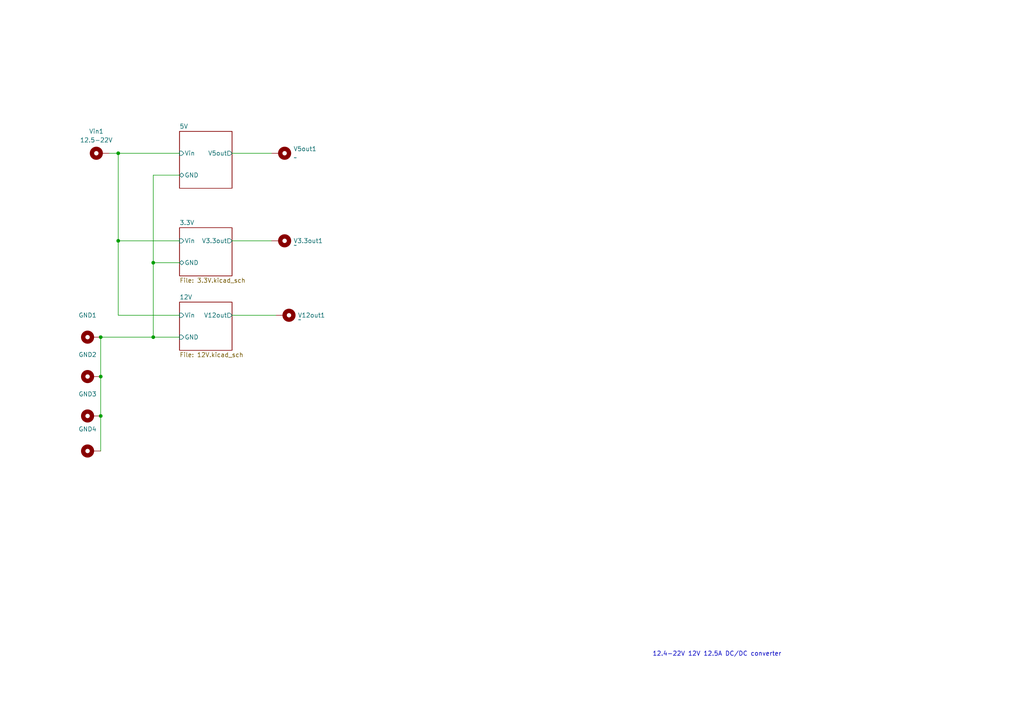
<source format=kicad_sch>
(kicad_sch (version 20231120) (generator "eeschema") (generator_version "8.0")
  (paper "A4")
  (lib_symbols
    (symbol "Mechanical:MountingHole_Pad" (pin_numbers hide) (pin_names (offset 1.016) hide)
      (property "Reference" "H" (at 0 6.35 0))
      (property "Value" "MountingHole_Pad" (at 0 4.445 0))
      (symbol "MountingHole_Pad_0_1"
        (circle (center 0 1.27) (radius 1.27) (stroke (width 1.27)))
      )
      (symbol "MountingHole_Pad_1_1"
        (pin input line (at 0 -2.54 90) (length 2.54) (name "1") (number "1"))
      )
    )
  )
  (junction (at 29.21 120.65))
  (junction (at 44.45 76.2))
  (junction (at 29.21 97.79))
  (junction (at 34.29 44.45))
  (junction (at 34.29 69.85))
  (junction (at 44.45 97.79))
  (junction (at 29.21 109.22))
  (wire (pts (xy 52.07 76.2) (xy 44.45 76.2)))
  (wire (pts (xy 29.21 97.79) (xy 44.45 97.79)))
  (wire (pts (xy 67.31 44.45) (xy 78.74 44.45)))
  (wire (pts (xy 52.07 50.8) (xy 44.45 50.8)))
  (wire (pts (xy 29.21 109.22) (xy 29.21 97.79)))
  (wire (pts (xy 67.31 69.85) (xy 78.74 69.85)))
  (wire (pts (xy 31.75 44.45) (xy 34.29 44.45)))
  (wire (pts (xy 34.29 44.45) (xy 52.07 44.45)))
  (wire (pts (xy 52.07 69.85) (xy 34.29 69.85)))
  (wire (pts (xy 34.29 91.44) (xy 34.29 69.85)))
  (wire (pts (xy 52.07 91.44) (xy 34.29 91.44)))
  (wire (pts (xy 29.21 109.22) (xy 29.21 120.65)))
  (wire (pts (xy 34.29 69.85) (xy 34.29 44.45)))
  (wire (pts (xy 44.45 97.79) (xy 52.07 97.79)))
  (wire (pts (xy 67.31 91.44) (xy 80.01 91.44)))
  (wire (pts (xy 29.21 120.65) (xy 29.21 130.81)))
  (wire (pts (xy 44.45 76.2) (xy 44.45 97.79)))
  (wire (pts (xy 44.45 50.8) (xy 44.45 76.2)))
  (text "12.4-22V 12V 12.5A DC/DC converter" (at 189.23 190.5 0) (effects (font (size 1.27 1.27)) (justify left bottom)))
  (symbol (lib_id "Mechanical:MountingHole_Pad") (at 26.67 130.81 90) (unit 1) (exclude_from_sim yes)
    (property "Reference" "GND4" (at 25.4 124.46 90))
    (property "Footprint" "MountingHole:MountingHole_2.7mm_M2.5_Pad_Via" (effects (hide yes)))
    (property "Description" "Mounting Hole with connection" (effects (hide yes)))
  )
  (symbol (lib_id "Mechanical:MountingHole_Pad") (at 81.28 69.85 270) (unit 1) (exclude_from_sim yes)
    (property "Reference" "V3.3out1" (at 85.09 69.85 90) (effects (justify left)))
    (property "Value" "~" (at 85.09 71.12 90) (effects (justify left)))
    (property "Footprint" "MountingHole:MountingHole_2.7mm_M2.5_Pad_Via" (effects (hide yes)))
    (property "Description" "Mounting Hole with connection" (effects (hide yes)))
  )
  (symbol (lib_id "Mechanical:MountingHole_Pad") (at 81.28 44.45 270) (unit 1) (exclude_from_sim yes)
    (property "Reference" "V5out1" (at 85.09 43.18 90) (effects (justify left)))
    (property "Value" "~" (at 85.09 45.72 90) (effects (justify left)))
    (property "Footprint" "MountingHole:MountingHole_2.7mm_M2.5_Pad_Via" (effects (hide yes)))
    (property "Description" "Mounting Hole with connection" (effects (hide yes)))
  )
  (symbol (lib_id "Mechanical:MountingHole_Pad") (at 26.67 120.65 90) (unit 1) (exclude_from_sim yes)
    (property "Reference" "GND3" (at 25.4 114.3 90))
    (property "Footprint" "MountingHole:MountingHole_2.7mm_M2.5_Pad_Via" (effects (hide yes)))
    (property "Description" "Mounting Hole with connection" (effects (hide yes)))
  )
  (symbol (lib_id "Mechanical:MountingHole_Pad") (at 82.55 91.44 270) (unit 1) (exclude_from_sim yes)
    (property "Reference" "V12out1" (at 86.36 91.44 90) (effects (justify left)))
    (property "Value" "~" (at 86.36 92.71 90) (effects (justify left)))
    (property "Footprint" "MountingHole:MountingHole_2.7mm_M2.5_Pad_Via" (effects (hide yes)))
    (property "Description" "Mounting Hole with connection" (effects (hide yes)))
  )
  (symbol (lib_id "Mechanical:MountingHole_Pad") (at 26.67 97.79 90) (unit 1) (exclude_from_sim yes)
    (property "Reference" "GND1" (at 25.4 91.44 90))
    (property "Footprint" "MountingHole:MountingHole_2.7mm_M2.5_Pad_Via" (effects (hide yes)))
    (property "Description" "Mounting Hole with connection" (effects (hide yes)))
  )
  (symbol (lib_id "Mechanical:MountingHole_Pad") (at 26.67 109.22 90) (unit 1) (exclude_from_sim yes)
    (property "Reference" "GND2" (at 25.4 102.87 90))
    (property "Footprint" "MountingHole:MountingHole_2.7mm_M2.5_Pad_Via" (effects (hide yes)))
    (property "Description" "Mounting Hole with connection" (effects (hide yes)))
  )
  (symbol (lib_id "Mechanical:MountingHole_Pad") (at 29.21 44.45 90) (unit 1) (exclude_from_sim yes)
    (property "Reference" "Vin1" (at 27.94 38.1 90))
    (property "Value" "12.5-22V" (at 27.94 40.64 90))
    (property "Footprint" "MountingHole:MountingHole_2.7mm_M2.5_Pad_Via" (effects (hide yes)))
    (property "Description" "Mounting Hole with connection" (effects (hide yes)))
  )
  (sheet (at 52.07 38.1) (size 15.24 16.51) (stroke (width 0.1524))
    (property "Sheetname" "5V" (at 52.07 37.3884 0) (effects (justify left bottom)))
    (property "Sheetfile" "5V.kicad_sch" (effects (hide yes)))
    (pin "GND" bidirectional (at 52.07 50.8 180))
    (pin "Vin" input (at 52.07 44.45 180))
    (pin "V5out" output (at 67.31 44.45 0))
  )
  (sheet (at 52.07 66.04) (size 15.24 13.97) (stroke (width 0.1524))
    (property "Sheetname" "3.3V" (at 52.07 65.3284 0) (effects (justify left bottom)))
    (property "Sheetfile" "3.3V.kicad_sch" (at 52.07 80.5946 0) (effects (justify left top)))
    (pin "V3.3out" output (at 67.31 69.85 0))
    (pin "GND" bidirectional (at 52.07 76.2 180))
    (pin "Vin" input (at 52.07 69.85 180))
  )
  (sheet (at 52.07 87.63) (size 15.24 13.97) (stroke (width 0.1524))
    (property "Sheetname" "12V" (at 52.07 86.9184 0) (effects (justify left bottom)))
    (property "Sheetfile" "12V.kicad_sch" (at 52.07 102.1846 0) (effects (justify left top)))
    (pin "V12out" output (at 67.31 91.44 0))
    (pin "Vin" input (at 52.07 91.44 180))
    (pin "GND" input (at 52.07 97.79 180))
  )
)
</source>
